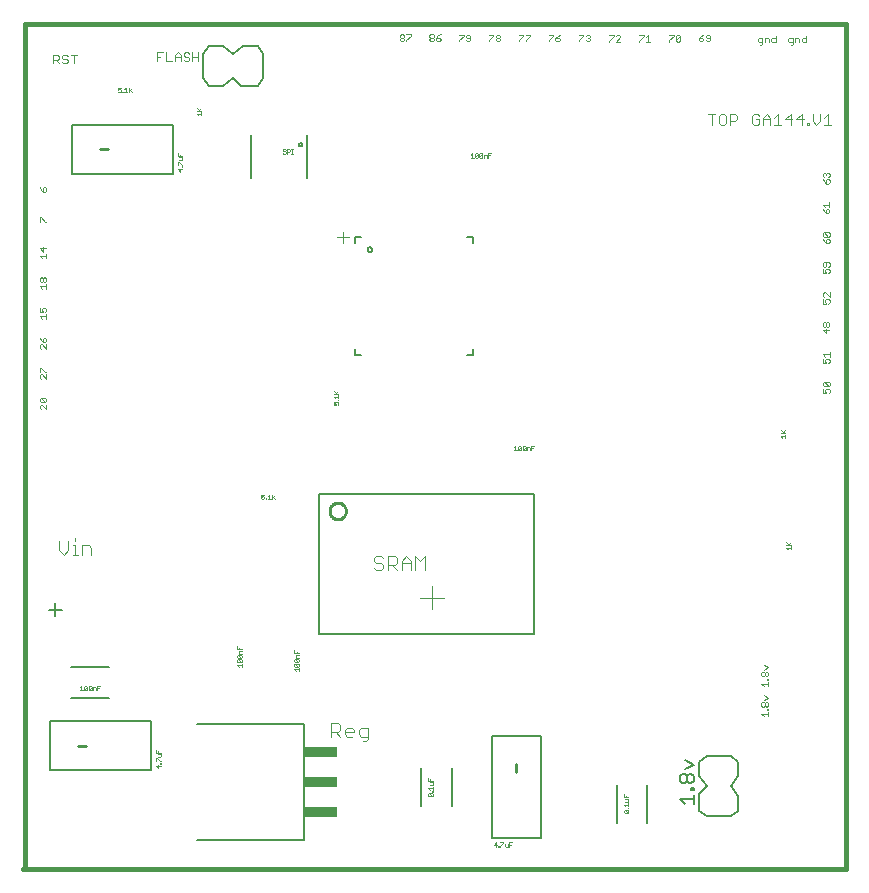
<source format=gto>
G75*
G70*
%OFA0B0*%
%FSLAX24Y24*%
%IPPOS*%
%LPD*%
%AMOC8*
5,1,8,0,0,1.08239X$1,22.5*
%
%ADD10C,0.0160*%
%ADD11C,0.0004*%
%ADD12C,0.0030*%
%ADD13C,0.0040*%
%ADD14C,0.0060*%
%ADD15C,0.0050*%
%ADD16C,0.0010*%
%ADD17C,0.0080*%
%ADD18C,0.0100*%
%ADD19R,0.1102X0.0354*%
%ADD20C,0.0020*%
%ADD21C,0.0106*%
D10*
X000187Y000186D02*
X027628Y000186D01*
X027628Y028375D01*
X000266Y028375D01*
X000266Y000265D01*
D11*
X013415Y009242D02*
X014203Y009242D01*
X013809Y009635D02*
X013809Y008848D01*
X010856Y021053D02*
X010856Y021446D01*
X010660Y021249D02*
X011053Y021249D01*
D12*
X006023Y027131D02*
X006023Y027421D01*
X006023Y027276D02*
X005829Y027276D01*
X005728Y027227D02*
X005728Y027179D01*
X005680Y027131D01*
X005583Y027131D01*
X005535Y027179D01*
X005583Y027276D02*
X005535Y027324D01*
X005535Y027372D01*
X005583Y027421D01*
X005680Y027421D01*
X005728Y027372D01*
X005680Y027276D02*
X005728Y027227D01*
X005680Y027276D02*
X005583Y027276D01*
X005434Y027276D02*
X005240Y027276D01*
X005240Y027324D02*
X005337Y027421D01*
X005434Y027324D01*
X005434Y027131D01*
X005240Y027131D02*
X005240Y027324D01*
X005139Y027131D02*
X004946Y027131D01*
X004946Y027421D01*
X004844Y027421D02*
X004651Y027421D01*
X004651Y027131D01*
X004651Y027276D02*
X004748Y027276D01*
X005829Y027131D02*
X005829Y027421D01*
X001969Y027342D02*
X001776Y027342D01*
X001872Y027342D02*
X001872Y027052D01*
X001674Y027100D02*
X001626Y027052D01*
X001529Y027052D01*
X001481Y027100D01*
X001529Y027197D02*
X001626Y027197D01*
X001674Y027149D01*
X001674Y027100D01*
X001529Y027197D02*
X001481Y027245D01*
X001481Y027294D01*
X001529Y027342D01*
X001626Y027342D01*
X001674Y027294D01*
X001380Y027294D02*
X001380Y027197D01*
X001331Y027149D01*
X001186Y027149D01*
X001283Y027149D02*
X001380Y027052D01*
X001186Y027052D02*
X001186Y027342D01*
X001331Y027342D01*
X001380Y027294D01*
D13*
X001925Y011216D02*
X001925Y011139D01*
X001925Y010986D02*
X001925Y010679D01*
X001849Y010679D02*
X002002Y010679D01*
X002155Y010679D02*
X002155Y010986D01*
X002386Y010986D01*
X002462Y010909D01*
X002462Y010679D01*
X001925Y010986D02*
X001849Y010986D01*
X001695Y010832D02*
X001695Y011139D01*
X001695Y010832D02*
X001542Y010679D01*
X001388Y010832D01*
X001388Y011139D01*
X010456Y005064D02*
X010456Y004604D01*
X010456Y004758D02*
X010686Y004758D01*
X010763Y004834D01*
X010763Y004988D01*
X010686Y005064D01*
X010456Y005064D01*
X010609Y004758D02*
X010763Y004604D01*
X010916Y004681D02*
X010916Y004834D01*
X010993Y004911D01*
X011146Y004911D01*
X011223Y004834D01*
X011223Y004758D01*
X010916Y004758D01*
X010916Y004681D02*
X010993Y004604D01*
X011146Y004604D01*
X011377Y004681D02*
X011453Y004604D01*
X011683Y004604D01*
X011683Y004527D02*
X011607Y004451D01*
X011530Y004451D01*
X011683Y004527D02*
X011683Y004911D01*
X011453Y004911D01*
X011377Y004834D01*
X011377Y004681D01*
X011957Y010167D02*
X011880Y010244D01*
X011957Y010167D02*
X012110Y010167D01*
X012187Y010244D01*
X012187Y010321D01*
X012110Y010397D01*
X011957Y010397D01*
X011880Y010474D01*
X011880Y010551D01*
X011957Y010627D01*
X012110Y010627D01*
X012187Y010551D01*
X012341Y010627D02*
X012341Y010167D01*
X012341Y010321D02*
X012571Y010321D01*
X012648Y010397D01*
X012648Y010551D01*
X012571Y010627D01*
X012341Y010627D01*
X012494Y010321D02*
X012648Y010167D01*
X012801Y010167D02*
X012801Y010474D01*
X012954Y010627D01*
X013108Y010474D01*
X013108Y010167D01*
X013261Y010167D02*
X013261Y010627D01*
X013415Y010474D01*
X013568Y010627D01*
X013568Y010167D01*
X013108Y010397D02*
X012801Y010397D01*
X023134Y025006D02*
X023134Y025366D01*
X023014Y025366D02*
X023254Y025366D01*
X023382Y025306D02*
X023382Y025066D01*
X023442Y025006D01*
X023563Y025006D01*
X023623Y025066D01*
X023623Y025306D01*
X023563Y025366D01*
X023442Y025366D01*
X023382Y025306D01*
X023751Y025366D02*
X023751Y025006D01*
X023751Y025126D02*
X023931Y025126D01*
X023991Y025186D01*
X023991Y025306D01*
X023931Y025366D01*
X023751Y025366D01*
X024487Y025306D02*
X024487Y025066D01*
X024547Y025006D01*
X024667Y025006D01*
X024728Y025066D01*
X024728Y025186D01*
X024607Y025186D01*
X024487Y025306D02*
X024547Y025366D01*
X024667Y025366D01*
X024728Y025306D01*
X024856Y025246D02*
X024856Y025006D01*
X024856Y025186D02*
X025096Y025186D01*
X025096Y025246D02*
X025096Y025006D01*
X025224Y025006D02*
X025464Y025006D01*
X025344Y025006D02*
X025344Y025366D01*
X025224Y025246D01*
X025096Y025246D02*
X024976Y025366D01*
X024856Y025246D01*
X025592Y025186D02*
X025832Y025186D01*
X025961Y025186D02*
X026201Y025186D01*
X026329Y025066D02*
X026389Y025066D01*
X026389Y025006D01*
X026329Y025006D01*
X026329Y025066D01*
X026513Y025126D02*
X026513Y025366D01*
X026753Y025366D02*
X026753Y025126D01*
X026633Y025006D01*
X026513Y025126D01*
X026881Y025246D02*
X027001Y025366D01*
X027001Y025006D01*
X026881Y025006D02*
X027122Y025006D01*
X026141Y025006D02*
X026141Y025366D01*
X025961Y025186D01*
X025772Y025006D02*
X025772Y025366D01*
X025592Y025186D01*
D14*
X009654Y024660D02*
X009654Y023240D01*
X007795Y023240D02*
X007795Y024660D01*
X008016Y026301D02*
X007452Y026301D01*
X007195Y026558D01*
X006859Y026301D01*
X006374Y026301D01*
X006195Y026558D01*
X006195Y027358D01*
X006374Y027616D01*
X006859Y027616D01*
X007195Y027358D01*
X007531Y027616D01*
X008016Y027616D01*
X008195Y027358D01*
X008195Y026558D01*
X008016Y026301D01*
X001257Y009057D02*
X001257Y008630D01*
X001044Y008844D02*
X001471Y008844D01*
X022711Y003775D02*
X022711Y003290D01*
X022968Y002954D01*
X022711Y002697D01*
X022711Y002133D01*
X022968Y001954D01*
X023768Y001954D01*
X024026Y002133D01*
X024026Y002618D01*
X023768Y002954D01*
X024026Y003290D01*
X024026Y003775D01*
X023768Y003954D01*
X022968Y003954D01*
X022711Y003775D01*
D15*
X022536Y003669D02*
X022235Y003819D01*
X022235Y003519D02*
X022536Y003669D01*
X022461Y003359D02*
X022536Y003284D01*
X022536Y003133D01*
X022461Y003058D01*
X022386Y003058D01*
X022311Y003133D01*
X022311Y003284D01*
X022386Y003359D01*
X022461Y003359D01*
X022311Y003284D02*
X022235Y003359D01*
X022160Y003359D01*
X022085Y003284D01*
X022085Y003133D01*
X022160Y003058D01*
X022235Y003058D01*
X022311Y003133D01*
X022461Y002903D02*
X022536Y002903D01*
X022536Y002828D01*
X022461Y002828D01*
X022461Y002903D01*
X022536Y002668D02*
X022536Y002368D01*
X022536Y002518D02*
X022085Y002518D01*
X022235Y002368D01*
X017434Y001243D02*
X017434Y004623D01*
X015814Y004623D01*
X015814Y001243D01*
X017434Y001243D01*
X004464Y003499D02*
X004464Y005119D01*
X001084Y005119D01*
X001084Y003499D01*
X004464Y003499D01*
X011256Y017320D02*
X011256Y017517D01*
X011256Y017320D02*
X011457Y017320D01*
X011669Y020848D02*
X011671Y020866D01*
X011677Y020882D01*
X011686Y020897D01*
X011699Y020910D01*
X011714Y020919D01*
X011730Y020925D01*
X011748Y020927D01*
X011766Y020925D01*
X011782Y020919D01*
X011797Y020910D01*
X011810Y020897D01*
X011819Y020882D01*
X011825Y020866D01*
X011827Y020848D01*
X011825Y020830D01*
X011819Y020814D01*
X011810Y020799D01*
X011797Y020786D01*
X011782Y020777D01*
X011766Y020771D01*
X011748Y020769D01*
X011730Y020771D01*
X011714Y020777D01*
X011699Y020786D01*
X011686Y020799D01*
X011677Y020814D01*
X011671Y020830D01*
X011669Y020848D01*
X011256Y021060D02*
X011256Y021257D01*
X011457Y021257D01*
X015000Y021257D02*
X015197Y021257D01*
X015197Y021060D01*
X015197Y017517D02*
X015197Y017320D01*
X015000Y017320D01*
X005194Y023380D02*
X005194Y025000D01*
X001814Y025000D01*
X001814Y023380D01*
X005194Y023380D01*
D16*
X005349Y023520D02*
X005424Y023445D01*
X005424Y023545D01*
X005474Y023593D02*
X005474Y023618D01*
X005499Y023618D01*
X005499Y023593D01*
X005474Y023593D01*
X005474Y023666D02*
X005499Y023666D01*
X005474Y023666D02*
X005374Y023766D01*
X005349Y023766D01*
X005349Y023666D01*
X005349Y023520D02*
X005499Y023520D01*
X005474Y023814D02*
X005499Y023839D01*
X005499Y023914D01*
X005399Y023914D01*
X005424Y023961D02*
X005424Y024011D01*
X005499Y023961D02*
X005349Y023961D01*
X005349Y024061D01*
X005399Y023814D02*
X005474Y023814D01*
X006020Y025329D02*
X005970Y025379D01*
X006120Y025379D01*
X006120Y025329D02*
X006120Y025429D01*
X006120Y025476D02*
X005970Y025476D01*
X006045Y025501D02*
X006120Y025576D01*
X006070Y025476D02*
X005970Y025576D01*
X003813Y026084D02*
X003738Y026159D01*
X003713Y026134D02*
X003813Y026234D01*
X003713Y026234D02*
X003713Y026084D01*
X003666Y026084D02*
X003566Y026084D01*
X003517Y026084D02*
X003492Y026084D01*
X003492Y026109D01*
X003517Y026109D01*
X003517Y026084D01*
X003445Y026109D02*
X003420Y026084D01*
X003370Y026084D01*
X003345Y026109D01*
X003345Y026159D02*
X003395Y026184D01*
X003420Y026184D01*
X003445Y026159D01*
X003445Y026109D01*
X003345Y026159D02*
X003345Y026234D01*
X003445Y026234D01*
X003566Y026184D02*
X003616Y026234D01*
X003616Y026084D01*
X008837Y024170D02*
X008837Y024145D01*
X008862Y024120D01*
X008912Y024120D01*
X008937Y024095D01*
X008937Y024070D01*
X008912Y024045D01*
X008862Y024045D01*
X008837Y024070D01*
X008837Y024170D02*
X008862Y024195D01*
X008912Y024195D01*
X008937Y024170D01*
X008984Y024195D02*
X009059Y024195D01*
X009084Y024170D01*
X009084Y024120D01*
X009059Y024095D01*
X008984Y024095D01*
X008984Y024045D02*
X008984Y024195D01*
X009131Y024195D02*
X009181Y024195D01*
X009156Y024195D02*
X009156Y024045D01*
X009131Y024045D02*
X009181Y024045D01*
X015104Y024006D02*
X015154Y024056D01*
X015154Y023906D01*
X015104Y023906D02*
X015204Y023906D01*
X015251Y023931D02*
X015351Y024031D01*
X015351Y023931D01*
X015326Y023906D01*
X015276Y023906D01*
X015251Y023931D01*
X015251Y024031D01*
X015276Y024056D01*
X015326Y024056D01*
X015351Y024031D01*
X015398Y024031D02*
X015423Y024056D01*
X015473Y024056D01*
X015498Y024031D01*
X015398Y023931D01*
X015423Y023906D01*
X015473Y023906D01*
X015498Y023931D01*
X015498Y024031D01*
X015545Y024006D02*
X015621Y024006D01*
X015646Y023981D01*
X015646Y023906D01*
X015693Y023906D02*
X015693Y024056D01*
X015793Y024056D01*
X015743Y023981D02*
X015693Y023981D01*
X015545Y024006D02*
X015545Y023906D01*
X015398Y023931D02*
X015398Y024031D01*
X010699Y016141D02*
X010624Y016066D01*
X010649Y016041D02*
X010549Y016141D01*
X010549Y016041D02*
X010699Y016041D01*
X010699Y015994D02*
X010699Y015894D01*
X010699Y015845D02*
X010699Y015820D01*
X010674Y015820D01*
X010674Y015845D01*
X010699Y015845D01*
X010674Y015773D02*
X010699Y015748D01*
X010699Y015698D01*
X010674Y015673D01*
X010624Y015673D02*
X010599Y015723D01*
X010599Y015748D01*
X010624Y015773D01*
X010674Y015773D01*
X010624Y015673D02*
X010549Y015673D01*
X010549Y015773D01*
X010599Y015894D02*
X010549Y015944D01*
X010699Y015944D01*
X008592Y012675D02*
X008492Y012575D01*
X008517Y012600D02*
X008592Y012525D01*
X008492Y012525D02*
X008492Y012675D01*
X008395Y012675D02*
X008395Y012525D01*
X008345Y012525D02*
X008445Y012525D01*
X008345Y012625D02*
X008395Y012675D01*
X008296Y012550D02*
X008296Y012525D01*
X008271Y012525D01*
X008271Y012550D01*
X008296Y012550D01*
X008224Y012550D02*
X008199Y012525D01*
X008149Y012525D01*
X008124Y012550D01*
X008124Y012600D02*
X008174Y012625D01*
X008199Y012625D01*
X008224Y012600D01*
X008224Y012550D01*
X008124Y012600D02*
X008124Y012675D01*
X008224Y012675D01*
X007317Y007625D02*
X007317Y007525D01*
X007468Y007525D01*
X007468Y007478D02*
X007392Y007478D01*
X007367Y007453D01*
X007367Y007378D01*
X007468Y007378D01*
X007443Y007330D02*
X007468Y007305D01*
X007468Y007255D01*
X007443Y007230D01*
X007342Y007330D01*
X007443Y007330D01*
X007443Y007230D02*
X007342Y007230D01*
X007317Y007255D01*
X007317Y007305D01*
X007342Y007330D01*
X007342Y007183D02*
X007443Y007083D01*
X007468Y007108D01*
X007468Y007158D01*
X007443Y007183D01*
X007342Y007183D01*
X007317Y007158D01*
X007317Y007108D01*
X007342Y007083D01*
X007443Y007083D01*
X007468Y007036D02*
X007468Y006936D01*
X007468Y006986D02*
X007317Y006986D01*
X007367Y006936D01*
X007392Y007525D02*
X007392Y007575D01*
X009227Y007487D02*
X009227Y007387D01*
X009377Y007387D01*
X009377Y007340D02*
X009302Y007340D01*
X009277Y007315D01*
X009277Y007240D01*
X009377Y007240D01*
X009352Y007192D02*
X009377Y007167D01*
X009377Y007117D01*
X009352Y007092D01*
X009252Y007192D01*
X009352Y007192D01*
X009352Y007092D02*
X009252Y007092D01*
X009227Y007117D01*
X009227Y007167D01*
X009252Y007192D01*
X009252Y007045D02*
X009352Y006945D01*
X009377Y006970D01*
X009377Y007020D01*
X009352Y007045D01*
X009252Y007045D01*
X009227Y007020D01*
X009227Y006970D01*
X009252Y006945D01*
X009352Y006945D01*
X009377Y006898D02*
X009377Y006798D01*
X009377Y006848D02*
X009227Y006848D01*
X009277Y006798D01*
X009302Y007387D02*
X009302Y007437D01*
X004769Y004079D02*
X004619Y004079D01*
X004619Y004179D01*
X004694Y004129D02*
X004694Y004079D01*
X004669Y004032D02*
X004769Y004032D01*
X004769Y003957D01*
X004744Y003932D01*
X004669Y003932D01*
X004644Y003885D02*
X004744Y003784D01*
X004769Y003784D01*
X004769Y003736D02*
X004769Y003711D01*
X004744Y003711D01*
X004744Y003736D01*
X004769Y003736D01*
X004769Y003639D02*
X004619Y003639D01*
X004694Y003564D01*
X004694Y003664D01*
X004619Y003784D02*
X004619Y003885D01*
X004644Y003885D01*
X002665Y006148D02*
X002665Y006298D01*
X002765Y006298D01*
X002715Y006223D02*
X002665Y006223D01*
X002618Y006223D02*
X002618Y006148D01*
X002618Y006223D02*
X002593Y006248D01*
X002518Y006248D01*
X002518Y006148D01*
X002471Y006173D02*
X002446Y006148D01*
X002396Y006148D01*
X002371Y006173D01*
X002471Y006273D01*
X002471Y006173D01*
X002471Y006273D02*
X002446Y006298D01*
X002396Y006298D01*
X002371Y006273D01*
X002371Y006173D01*
X002323Y006173D02*
X002298Y006148D01*
X002248Y006148D01*
X002223Y006173D01*
X002323Y006273D01*
X002323Y006173D01*
X002223Y006173D02*
X002223Y006273D01*
X002248Y006298D01*
X002298Y006298D01*
X002323Y006273D01*
X002176Y006148D02*
X002076Y006148D01*
X002126Y006148D02*
X002126Y006298D01*
X002076Y006248D01*
X013684Y003233D02*
X013684Y003133D01*
X013834Y003133D01*
X013834Y003085D02*
X013734Y003085D01*
X013759Y003133D02*
X013759Y003183D01*
X013834Y003085D02*
X013834Y003010D01*
X013809Y002985D01*
X013734Y002985D01*
X013684Y002888D02*
X013834Y002888D01*
X013834Y002838D02*
X013834Y002938D01*
X013734Y002838D02*
X013684Y002888D01*
X013809Y002789D02*
X013834Y002789D01*
X013834Y002764D01*
X013809Y002764D01*
X013809Y002789D01*
X013809Y002717D02*
X013834Y002692D01*
X013834Y002642D01*
X013809Y002617D01*
X013709Y002717D01*
X013809Y002717D01*
X013709Y002717D02*
X013684Y002692D01*
X013684Y002642D01*
X013709Y002617D01*
X013809Y002617D01*
X015879Y001013D02*
X015979Y001013D01*
X016026Y000963D02*
X016051Y000963D01*
X016051Y000938D01*
X016026Y000938D01*
X016026Y000963D01*
X016100Y000963D02*
X016100Y000938D01*
X016100Y000963D02*
X016200Y001063D01*
X016200Y001088D01*
X016100Y001088D01*
X015954Y001088D02*
X015879Y001013D01*
X015954Y000938D02*
X015954Y001088D01*
X016247Y001038D02*
X016247Y000963D01*
X016272Y000938D01*
X016347Y000938D01*
X016347Y001038D01*
X016395Y001013D02*
X016445Y001013D01*
X016395Y001088D02*
X016495Y001088D01*
X016395Y001088D02*
X016395Y000938D01*
X020210Y002095D02*
X020210Y002145D01*
X020235Y002170D01*
X020335Y002070D01*
X020360Y002095D01*
X020360Y002145D01*
X020335Y002170D01*
X020235Y002170D01*
X020210Y002095D02*
X020235Y002070D01*
X020335Y002070D01*
X020335Y002217D02*
X020335Y002242D01*
X020360Y002242D01*
X020360Y002217D01*
X020335Y002217D01*
X020360Y002291D02*
X020360Y002391D01*
X020360Y002341D02*
X020210Y002341D01*
X020260Y002291D01*
X020260Y002438D02*
X020335Y002438D01*
X020360Y002463D01*
X020360Y002538D01*
X020260Y002538D01*
X020285Y002585D02*
X020285Y002636D01*
X020210Y002585D02*
X020210Y002686D01*
X020210Y002585D02*
X020360Y002585D01*
X025680Y010862D02*
X025630Y010912D01*
X025780Y010912D01*
X025780Y010862D02*
X025780Y010962D01*
X025780Y011009D02*
X025630Y011009D01*
X025705Y011034D02*
X025780Y011109D01*
X025730Y011009D02*
X025630Y011109D01*
X025587Y014569D02*
X025587Y014669D01*
X025587Y014716D02*
X025437Y014716D01*
X025512Y014741D02*
X025587Y014816D01*
X025537Y014716D02*
X025437Y014816D01*
X025437Y014619D02*
X025587Y014619D01*
X025487Y014569D02*
X025437Y014619D01*
X017231Y014301D02*
X017131Y014301D01*
X017131Y014151D01*
X017084Y014151D02*
X017084Y014226D01*
X017059Y014251D01*
X016984Y014251D01*
X016984Y014151D01*
X016937Y014176D02*
X016912Y014151D01*
X016862Y014151D01*
X016837Y014176D01*
X016937Y014276D01*
X016937Y014176D01*
X016937Y014276D02*
X016912Y014301D01*
X016862Y014301D01*
X016837Y014276D01*
X016837Y014176D01*
X016789Y014176D02*
X016764Y014151D01*
X016714Y014151D01*
X016689Y014176D01*
X016789Y014276D01*
X016789Y014176D01*
X016689Y014176D02*
X016689Y014276D01*
X016714Y014301D01*
X016764Y014301D01*
X016789Y014276D01*
X016642Y014151D02*
X016542Y014151D01*
X016592Y014151D02*
X016592Y014301D01*
X016542Y014251D01*
X017131Y014226D02*
X017181Y014226D01*
D17*
X017215Y012683D02*
X017215Y008037D01*
X010049Y008037D01*
X010049Y012683D01*
X017215Y012683D01*
X009541Y005020D02*
X009541Y001148D01*
X005996Y001148D01*
X005996Y005020D02*
X009541Y005020D01*
X013443Y003551D02*
X013443Y002291D01*
X014467Y002291D02*
X014467Y003551D01*
X019969Y003003D02*
X019969Y001744D01*
X020992Y001744D02*
X020992Y003003D01*
X003055Y005907D02*
X001795Y005907D01*
X001795Y006931D02*
X003055Y006931D01*
X009377Y024340D02*
X009379Y024355D01*
X009385Y024368D01*
X009394Y024380D01*
X009405Y024389D01*
X009419Y024395D01*
X009434Y024397D01*
X009449Y024395D01*
X009462Y024389D01*
X009474Y024380D01*
X009483Y024369D01*
X009489Y024355D01*
X009491Y024340D01*
X009489Y024325D01*
X009483Y024312D01*
X009474Y024300D01*
X009463Y024291D01*
X009449Y024285D01*
X009434Y024283D01*
X009419Y024285D01*
X009406Y024291D01*
X009394Y024300D01*
X009385Y024311D01*
X009379Y024325D01*
X009377Y024340D01*
D18*
X003004Y024190D02*
X002754Y024190D01*
X002274Y004309D02*
X002024Y004309D01*
X016624Y003683D02*
X016624Y003433D01*
D19*
X010132Y003084D03*
X010132Y002084D03*
X010132Y004084D03*
D20*
X000960Y015530D02*
X000813Y015677D01*
X000777Y015677D01*
X000740Y015640D01*
X000740Y015567D01*
X000777Y015530D01*
X000960Y015530D02*
X000960Y015677D01*
X000923Y015751D02*
X000777Y015898D01*
X000923Y015898D01*
X000960Y015861D01*
X000960Y015788D01*
X000923Y015751D01*
X000777Y015751D01*
X000740Y015788D01*
X000740Y015861D01*
X000777Y015898D01*
X000777Y016540D02*
X000740Y016577D01*
X000740Y016650D01*
X000777Y016687D01*
X000813Y016687D01*
X000960Y016540D01*
X000960Y016687D01*
X000960Y016761D02*
X000923Y016761D01*
X000777Y016908D01*
X000740Y016908D01*
X000740Y016761D01*
X000777Y017542D02*
X000740Y017579D01*
X000740Y017652D01*
X000777Y017689D01*
X000813Y017689D01*
X000960Y017542D01*
X000960Y017689D01*
X000923Y017763D02*
X000960Y017800D01*
X000960Y017873D01*
X000923Y017910D01*
X000887Y017910D01*
X000850Y017873D01*
X000850Y017763D01*
X000923Y017763D01*
X000850Y017763D02*
X000777Y017836D01*
X000740Y017910D01*
X000813Y018542D02*
X000740Y018615D01*
X000960Y018615D01*
X000960Y018542D02*
X000960Y018689D01*
X000923Y018763D02*
X000960Y018800D01*
X000960Y018873D01*
X000923Y018910D01*
X000850Y018910D01*
X000813Y018873D01*
X000813Y018836D01*
X000850Y018763D01*
X000740Y018763D01*
X000740Y018910D01*
X000813Y019546D02*
X000740Y019619D01*
X000960Y019619D01*
X000960Y019546D02*
X000960Y019693D01*
X000923Y019767D02*
X000887Y019767D01*
X000850Y019804D01*
X000850Y019877D01*
X000887Y019914D01*
X000923Y019914D01*
X000960Y019877D01*
X000960Y019804D01*
X000923Y019767D01*
X000850Y019804D02*
X000813Y019767D01*
X000777Y019767D01*
X000740Y019804D01*
X000740Y019877D01*
X000777Y019914D01*
X000813Y019914D01*
X000850Y019877D01*
X000813Y020550D02*
X000740Y020623D01*
X000960Y020623D01*
X000960Y020550D02*
X000960Y020697D01*
X000850Y020771D02*
X000850Y020918D01*
X000960Y020881D02*
X000740Y020881D01*
X000850Y020771D01*
X000923Y021775D02*
X000777Y021921D01*
X000740Y021921D01*
X000740Y021775D01*
X000923Y021775D02*
X000960Y021775D01*
X000923Y022771D02*
X000960Y022807D01*
X000960Y022881D01*
X000923Y022918D01*
X000887Y022918D01*
X000850Y022881D01*
X000850Y022771D01*
X000923Y022771D01*
X000850Y022771D02*
X000777Y022844D01*
X000740Y022918D01*
X012741Y027832D02*
X012741Y027869D01*
X012778Y027906D01*
X012851Y027906D01*
X012888Y027869D01*
X012888Y027832D01*
X012851Y027795D01*
X012778Y027795D01*
X012741Y027832D01*
X012778Y027906D02*
X012741Y027942D01*
X012741Y027979D01*
X012778Y028016D01*
X012851Y028016D01*
X012888Y027979D01*
X012888Y027942D01*
X012851Y027906D01*
X012962Y027832D02*
X012962Y027795D01*
X012962Y027832D02*
X013109Y027979D01*
X013109Y028016D01*
X012962Y028016D01*
X013733Y027981D02*
X013733Y027944D01*
X013770Y027907D01*
X013844Y027907D01*
X013880Y027871D01*
X013880Y027834D01*
X013844Y027797D01*
X013770Y027797D01*
X013733Y027834D01*
X013733Y027871D01*
X013770Y027907D01*
X013844Y027907D02*
X013880Y027944D01*
X013880Y027981D01*
X013844Y028018D01*
X013770Y028018D01*
X013733Y027981D01*
X013954Y027907D02*
X014065Y027907D01*
X014101Y027871D01*
X014101Y027834D01*
X014065Y027797D01*
X013991Y027797D01*
X013954Y027834D01*
X013954Y027907D01*
X014028Y027981D01*
X014101Y028018D01*
X014724Y028012D02*
X014870Y028012D01*
X014870Y027975D01*
X014724Y027828D01*
X014724Y027791D01*
X014945Y027828D02*
X014981Y027791D01*
X015055Y027791D01*
X015091Y027828D01*
X015091Y027975D01*
X015055Y028012D01*
X014981Y028012D01*
X014945Y027975D01*
X014945Y027938D01*
X014981Y027902D01*
X015091Y027902D01*
X015720Y027828D02*
X015720Y027791D01*
X015720Y027828D02*
X015866Y027975D01*
X015866Y028012D01*
X015720Y028012D01*
X015941Y027975D02*
X015941Y027938D01*
X015977Y027902D01*
X016051Y027902D01*
X016087Y027865D01*
X016087Y027828D01*
X016051Y027791D01*
X015977Y027791D01*
X015941Y027828D01*
X015941Y027865D01*
X015977Y027902D01*
X016051Y027902D02*
X016087Y027938D01*
X016087Y027975D01*
X016051Y028012D01*
X015977Y028012D01*
X015941Y027975D01*
X016716Y028012D02*
X016863Y028012D01*
X016863Y027975D01*
X016716Y027828D01*
X016716Y027791D01*
X016937Y027791D02*
X016937Y027828D01*
X017084Y027975D01*
X017084Y028012D01*
X016937Y028012D01*
X017708Y028006D02*
X017855Y028006D01*
X017855Y027969D01*
X017708Y027822D01*
X017708Y027786D01*
X017929Y027822D02*
X017966Y027786D01*
X018039Y027786D01*
X018076Y027822D01*
X018076Y027859D01*
X018039Y027896D01*
X017929Y027896D01*
X017929Y027822D01*
X017929Y027896D02*
X018002Y027969D01*
X018076Y028006D01*
X018714Y028002D02*
X018861Y028002D01*
X018861Y027965D01*
X018714Y027818D01*
X018714Y027782D01*
X018935Y027818D02*
X018971Y027782D01*
X019045Y027782D01*
X019082Y027818D01*
X019082Y027855D01*
X019045Y027892D01*
X019008Y027892D01*
X019045Y027892D02*
X019082Y027928D01*
X019082Y027965D01*
X019045Y028002D01*
X018971Y028002D01*
X018935Y027965D01*
X019724Y027990D02*
X019870Y027990D01*
X019870Y027953D01*
X019724Y027807D01*
X019724Y027770D01*
X019945Y027770D02*
X020091Y027917D01*
X020091Y027953D01*
X020055Y027990D01*
X019981Y027990D01*
X019945Y027953D01*
X019945Y027770D02*
X020091Y027770D01*
X020728Y027772D02*
X020728Y027809D01*
X020874Y027955D01*
X020874Y027992D01*
X020728Y027992D01*
X020949Y027919D02*
X021022Y027992D01*
X021022Y027772D01*
X020949Y027772D02*
X021095Y027772D01*
X021722Y027778D02*
X021722Y027814D01*
X021868Y027961D01*
X021868Y027998D01*
X021722Y027998D01*
X021943Y027961D02*
X021979Y027998D01*
X022053Y027998D01*
X022089Y027961D01*
X021943Y027814D01*
X021979Y027778D01*
X022053Y027778D01*
X022089Y027814D01*
X022089Y027961D01*
X021943Y027961D02*
X021943Y027814D01*
X022720Y027822D02*
X022756Y027786D01*
X022830Y027786D01*
X022866Y027822D01*
X022866Y027859D01*
X022830Y027896D01*
X022720Y027896D01*
X022720Y027822D01*
X022720Y027896D02*
X022793Y027969D01*
X022866Y028006D01*
X022941Y027969D02*
X022977Y028006D01*
X023051Y028006D01*
X023087Y027969D01*
X023087Y027822D01*
X023051Y027786D01*
X022977Y027786D01*
X022941Y027822D01*
X022977Y027896D02*
X023087Y027896D01*
X022977Y027896D02*
X022941Y027932D01*
X022941Y027969D01*
X024680Y027858D02*
X024680Y027785D01*
X024716Y027748D01*
X024827Y027748D01*
X024827Y027711D02*
X024827Y027895D01*
X024716Y027895D01*
X024680Y027858D01*
X024753Y027675D02*
X024790Y027675D01*
X024827Y027711D01*
X024901Y027748D02*
X024901Y027895D01*
X025011Y027895D01*
X025048Y027858D01*
X025048Y027748D01*
X025122Y027785D02*
X025122Y027858D01*
X025158Y027895D01*
X025269Y027895D01*
X025269Y027968D02*
X025269Y027748D01*
X025158Y027748D01*
X025122Y027785D01*
X025696Y027785D02*
X025732Y027748D01*
X025842Y027748D01*
X025842Y027711D02*
X025842Y027895D01*
X025732Y027895D01*
X025696Y027858D01*
X025696Y027785D01*
X025769Y027675D02*
X025806Y027675D01*
X025842Y027711D01*
X025917Y027748D02*
X025917Y027895D01*
X026027Y027895D01*
X026063Y027858D01*
X026063Y027748D01*
X026138Y027785D02*
X026138Y027858D01*
X026174Y027895D01*
X026284Y027895D01*
X026284Y027968D02*
X026284Y027748D01*
X026174Y027748D01*
X026138Y027785D01*
X026886Y023413D02*
X026922Y023413D01*
X026959Y023376D01*
X026996Y023413D01*
X027033Y023413D01*
X027069Y023376D01*
X027069Y023303D01*
X027033Y023266D01*
X027033Y023192D02*
X026996Y023192D01*
X026959Y023155D01*
X026959Y023045D01*
X027033Y023045D01*
X027069Y023082D01*
X027069Y023155D01*
X027033Y023192D01*
X026886Y023118D02*
X026959Y023045D01*
X026886Y023118D02*
X026849Y023192D01*
X026886Y023266D02*
X026849Y023303D01*
X026849Y023376D01*
X026886Y023413D01*
X026959Y023376D02*
X026959Y023339D01*
X027061Y022419D02*
X027061Y022272D01*
X027061Y022345D02*
X026841Y022345D01*
X026915Y022272D01*
X026988Y022198D02*
X026951Y022161D01*
X026951Y022051D01*
X027025Y022051D01*
X027061Y022087D01*
X027061Y022161D01*
X027025Y022198D01*
X026988Y022198D01*
X026878Y022124D02*
X026951Y022051D01*
X026878Y022124D02*
X026841Y022198D01*
X026884Y021422D02*
X027031Y021276D01*
X027067Y021312D01*
X027067Y021386D01*
X027031Y021422D01*
X026884Y021422D01*
X026847Y021386D01*
X026847Y021312D01*
X026884Y021276D01*
X027031Y021276D01*
X027031Y021201D02*
X026994Y021201D01*
X026957Y021165D01*
X026957Y021055D01*
X027031Y021055D01*
X027067Y021091D01*
X027067Y021165D01*
X027031Y021201D01*
X026957Y021055D02*
X026884Y021128D01*
X026847Y021201D01*
X026884Y020419D02*
X026847Y020382D01*
X026847Y020308D01*
X026884Y020272D01*
X026920Y020272D01*
X026957Y020308D01*
X026957Y020419D01*
X026884Y020419D02*
X027031Y020419D01*
X027067Y020382D01*
X027067Y020308D01*
X027031Y020272D01*
X027031Y020198D02*
X027067Y020161D01*
X027067Y020087D01*
X027031Y020051D01*
X026957Y020051D02*
X026920Y020124D01*
X026920Y020161D01*
X026957Y020198D01*
X027031Y020198D01*
X026957Y020051D02*
X026847Y020051D01*
X026847Y020198D01*
X026884Y019415D02*
X026847Y019378D01*
X026847Y019305D01*
X026884Y019268D01*
X026847Y019194D02*
X026847Y019047D01*
X026957Y019047D01*
X026920Y019120D01*
X026920Y019157D01*
X026957Y019194D01*
X027031Y019194D01*
X027067Y019157D01*
X027067Y019084D01*
X027031Y019047D01*
X027067Y019268D02*
X026920Y019415D01*
X026884Y019415D01*
X027067Y019415D02*
X027067Y019268D01*
X027029Y018422D02*
X027065Y018386D01*
X027065Y018312D01*
X027029Y018276D01*
X026992Y018276D01*
X026955Y018312D01*
X026955Y018386D01*
X026992Y018422D01*
X027029Y018422D01*
X026955Y018386D02*
X026919Y018422D01*
X026882Y018422D01*
X026845Y018386D01*
X026845Y018312D01*
X026882Y018276D01*
X026919Y018276D01*
X026955Y018312D01*
X026955Y018201D02*
X026955Y018055D01*
X026845Y018165D01*
X027065Y018165D01*
X027067Y017426D02*
X027067Y017280D01*
X027067Y017353D02*
X026847Y017353D01*
X026920Y017280D01*
X026957Y017205D02*
X027031Y017205D01*
X027067Y017169D01*
X027067Y017095D01*
X027031Y017059D01*
X026957Y017059D02*
X026920Y017132D01*
X026920Y017169D01*
X026957Y017205D01*
X026847Y017205D02*
X026847Y017059D01*
X026957Y017059D01*
X026890Y016432D02*
X027036Y016286D01*
X027073Y016322D01*
X027073Y016396D01*
X027036Y016432D01*
X026890Y016432D01*
X026853Y016396D01*
X026853Y016322D01*
X026890Y016286D01*
X027036Y016286D01*
X027036Y016211D02*
X026963Y016211D01*
X026926Y016175D01*
X026926Y016138D01*
X026963Y016065D01*
X026853Y016065D01*
X026853Y016211D01*
X027036Y016211D02*
X027073Y016175D01*
X027073Y016101D01*
X027036Y016065D01*
X024868Y006988D02*
X025015Y006915D01*
X024868Y006842D01*
X024868Y006767D02*
X024905Y006731D01*
X024905Y006657D01*
X024868Y006621D01*
X024832Y006621D01*
X024795Y006657D01*
X024795Y006731D01*
X024832Y006767D01*
X024868Y006767D01*
X024905Y006731D02*
X024942Y006767D01*
X024978Y006767D01*
X025015Y006731D01*
X025015Y006657D01*
X024978Y006621D01*
X024942Y006621D01*
X024905Y006657D01*
X024978Y006547D02*
X025015Y006547D01*
X025015Y006510D01*
X024978Y006510D01*
X024978Y006547D01*
X025015Y006436D02*
X025015Y006289D01*
X025015Y006363D02*
X024795Y006363D01*
X024868Y006289D01*
X024868Y005981D02*
X025015Y005907D01*
X024868Y005834D01*
X024868Y005760D02*
X024905Y005723D01*
X024905Y005649D01*
X024868Y005613D01*
X024832Y005613D01*
X024795Y005649D01*
X024795Y005723D01*
X024832Y005760D01*
X024868Y005760D01*
X024905Y005723D02*
X024942Y005760D01*
X024978Y005760D01*
X025015Y005723D01*
X025015Y005649D01*
X024978Y005613D01*
X024942Y005613D01*
X024905Y005649D01*
X024978Y005539D02*
X025015Y005539D01*
X025015Y005502D01*
X024978Y005502D01*
X024978Y005539D01*
X025015Y005428D02*
X025015Y005281D01*
X025015Y005355D02*
X024795Y005355D01*
X024868Y005281D01*
D21*
X010401Y012131D02*
X010403Y012164D01*
X010409Y012196D01*
X010418Y012228D01*
X010432Y012258D01*
X010448Y012286D01*
X010468Y012312D01*
X010491Y012336D01*
X010517Y012357D01*
X010545Y012374D01*
X010575Y012389D01*
X010606Y012399D01*
X010638Y012406D01*
X010671Y012409D01*
X010704Y012408D01*
X010736Y012403D01*
X010768Y012394D01*
X010799Y012382D01*
X010827Y012366D01*
X010854Y012347D01*
X010878Y012325D01*
X010900Y012300D01*
X010918Y012272D01*
X010933Y012243D01*
X010945Y012212D01*
X010953Y012180D01*
X010957Y012147D01*
X010957Y012115D01*
X010953Y012082D01*
X010945Y012050D01*
X010933Y012019D01*
X010918Y011990D01*
X010900Y011962D01*
X010878Y011937D01*
X010854Y011915D01*
X010827Y011896D01*
X010799Y011880D01*
X010768Y011868D01*
X010736Y011859D01*
X010704Y011854D01*
X010671Y011853D01*
X010638Y011856D01*
X010606Y011863D01*
X010575Y011873D01*
X010545Y011888D01*
X010517Y011905D01*
X010491Y011926D01*
X010468Y011950D01*
X010448Y011976D01*
X010432Y012004D01*
X010418Y012034D01*
X010409Y012066D01*
X010403Y012098D01*
X010401Y012131D01*
M02*

</source>
